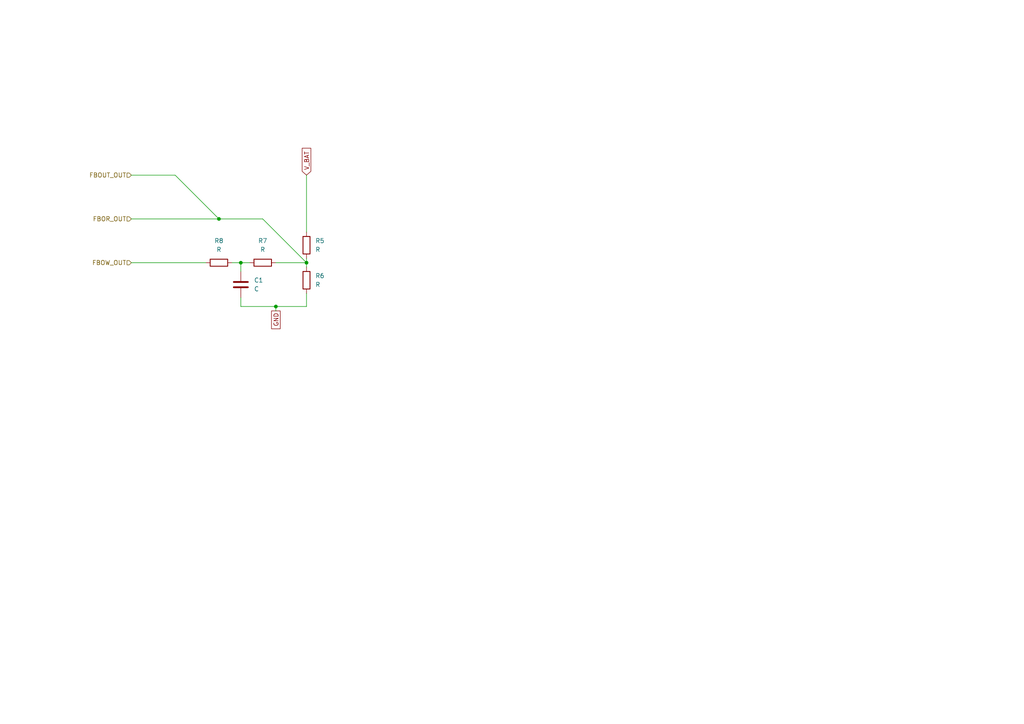
<source format=kicad_sch>
(kicad_sch (version 20230121) (generator eeschema)
  (paper "A4")
  (lib_symbols
    (symbol "Device:C" (pin_numbers hide) (pin_names (offset 0.254))
      (property "Reference" "C" (at 0.635 2.54 0))
      (property "Value" "C" (at 0.635 -2.54 0))
      (symbol "C_0_1"
        (polyline (pts (xy -2.032 -0.762) (xy 2.032 -0.762)) (stroke (width 0.508)))
        (polyline (pts (xy -2.032 0.762) (xy 2.032 0.762)) (stroke (width 0.508)))
      )
      (symbol "C_1_1"
        (pin passive line (at 0 3.81 270) (length 2.794) (name "~") (number "1"))
        (pin passive line (at 0 -3.81 90) (length 2.794) (name "~") (number "2"))
      )
    )
    (symbol "Device:R" (pin_numbers hide) (pin_names (offset 0))
      (property "Reference" "R" (at 2.032 0 90))
      (property "Value" "R" (at 0 0 90))
      (symbol "R_0_1"
        (rectangle (start -1.016 -2.54) (end 1.016 2.54) (stroke (width 0.254)))
      )
      (symbol "R_1_1"
        (pin passive line (at 0 3.81 270) (length 1.27) (name "~") (number "1"))
        (pin passive line (at 0 -3.81 90) (length 1.27) (name "~") (number "2"))
      )
    )
  )
  (junction (at 63.5 63.5))
  (junction (at 80.01 88.9))
  (junction (at 69.85 76.2))
  (junction (at 88.9 76.2))
  (wire (pts (xy 69.85 88.9) (xy 80.01 88.9)))
  (wire (pts (xy 80.01 76.2) (xy 88.9 76.2)))
  (wire (pts (xy 88.9 85.09) (xy 88.9 88.9)))
  (wire (pts (xy 80.01 88.9) (xy 88.9 88.9)))
  (wire (pts (xy 67.31 76.2) (xy 69.85 76.2)))
  (wire (pts (xy 69.85 76.2) (xy 72.39 76.2)))
  (wire (pts (xy 88.9 74.93) (xy 88.9 76.2)))
  (wire (pts (xy 50.8 50.8) (xy 63.5 63.5)))
  (wire (pts (xy 69.85 76.2) (xy 69.85 78.74)))
  (wire (pts (xy 69.85 86.36) (xy 69.85 88.9)))
  (wire (pts (xy 88.9 76.2) (xy 88.9 77.47)))
  (wire (pts (xy 88.9 76.2) (xy 76.2 63.5)))
  (wire (pts (xy 38.1 76.2) (xy 59.69 76.2)))
  (wire (pts (xy 38.1 63.5) (xy 63.5 63.5)))
  (wire (pts (xy 88.9 50.8) (xy 88.9 67.31)))
  (wire (pts (xy 38.1 50.8) (xy 50.8 50.8)))
  (wire (pts (xy 80.01 88.9) (xy 80.01 90.17)))
  (wire (pts (xy 63.5 63.5) (xy 76.2 63.5)))
  (global_label "V_BAT" (shape input) (at 88.9 50.8 90) (property "Intersheetrefs" "${INTERSHEET_REFS}" (effects hide)))
  (global_label "GND" (shape passive) (at 80.01 90.17 270) (property "Intersheetrefs" "${INTERSHEET_REFS}" (effects hide)))
  (hierarchical_label "FBOR_OUT" (shape input) (at 38.1 63.5 180))
  (hierarchical_label "FBOUT_OUT" (shape input) (at 38.1 50.8 180))
  (hierarchical_label "FBOW_OUT" (shape input) (at 38.1 76.2 180))
  (symbol (lib_id "Device:R") (at 88.9 81.28 0) (unit 1)
    (property "Reference" "R6" (at 91.44 80.01 0) (effects (justify left)))
    (property "Value" "R" (at 91.44 82.55 0) (effects (justify left)))
  )
  (symbol (lib_id "Device:R") (at 76.2 76.2 90) (unit 1)
    (property "Reference" "R7" (at 76.2 69.85 90))
    (property "Value" "R" (at 76.2 72.39 90))
  )
  (symbol (lib_id "Device:R") (at 88.9 71.12 0) (unit 1)
    (property "Reference" "R5" (at 91.44 69.85 0) (effects (justify left)))
    (property "Value" "R" (at 91.44 72.39 0) (effects (justify left)))
  )
  (symbol (lib_id "Device:C") (at 69.85 82.55 0) (unit 1)
    (property "Reference" "C1" (at 73.66 81.28 0) (effects (justify left)))
    (property "Value" "C" (at 73.66 83.82 0) (effects (justify left)))
  )
  (symbol (lib_id "Device:R") (at 63.5 76.2 90) (unit 1)
    (property "Reference" "R8" (at 63.5 69.85 90))
    (property "Value" "R" (at 63.5 72.39 90))
  )
)
</source>
